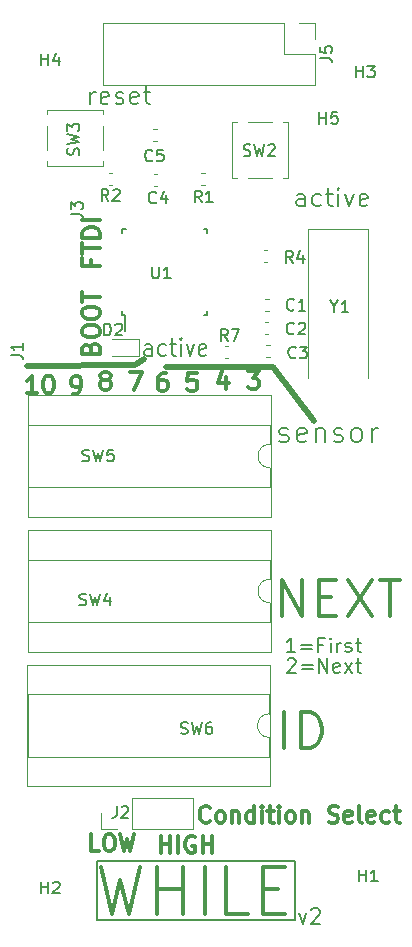
<source format=gto>
G04 #@! TF.GenerationSoftware,KiCad,Pcbnew,5.0.2-bee76a0~70~ubuntu14.04.1*
G04 #@! TF.CreationDate,2018-12-14T16:25:12-07:00*
G04 #@! TF.ProjectId,while,7768696c-652e-46b6-9963-61645f706362,rev?*
G04 #@! TF.SameCoordinates,Original*
G04 #@! TF.FileFunction,Legend,Top*
G04 #@! TF.FilePolarity,Positive*
%FSLAX46Y46*%
G04 Gerber Fmt 4.6, Leading zero omitted, Abs format (unit mm)*
G04 Created by KiCad (PCBNEW 5.0.2-bee76a0~70~ubuntu14.04.1) date Fri 14 Dec 2018 04:25:12 PM MST*
%MOMM*%
%LPD*%
G01*
G04 APERTURE LIST*
%ADD10C,0.300000*%
%ADD11C,0.500000*%
%ADD12C,0.200000*%
%ADD13C,0.150000*%
%ADD14C,0.120000*%
G04 APERTURE END LIST*
D10*
X126874285Y-124998571D02*
X126017142Y-124998571D01*
X126445714Y-124998571D02*
X126445714Y-123498571D01*
X126302857Y-123712857D01*
X126160000Y-123855714D01*
X126017142Y-123927142D01*
X127802857Y-123498571D02*
X127945714Y-123498571D01*
X128088571Y-123570000D01*
X128160000Y-123641428D01*
X128231428Y-123784285D01*
X128302857Y-124070000D01*
X128302857Y-124427142D01*
X128231428Y-124712857D01*
X128160000Y-124855714D01*
X128088571Y-124927142D01*
X127945714Y-124998571D01*
X127802857Y-124998571D01*
X127660000Y-124927142D01*
X127588571Y-124855714D01*
X127517142Y-124712857D01*
X127445714Y-124427142D01*
X127445714Y-124070000D01*
X127517142Y-123784285D01*
X127588571Y-123641428D01*
X127660000Y-123570000D01*
X127802857Y-123498571D01*
X129934285Y-125048571D02*
X130220000Y-125048571D01*
X130362857Y-124977142D01*
X130434285Y-124905714D01*
X130577142Y-124691428D01*
X130648571Y-124405714D01*
X130648571Y-123834285D01*
X130577142Y-123691428D01*
X130505714Y-123620000D01*
X130362857Y-123548571D01*
X130077142Y-123548571D01*
X129934285Y-123620000D01*
X129862857Y-123691428D01*
X129791428Y-123834285D01*
X129791428Y-124191428D01*
X129862857Y-124334285D01*
X129934285Y-124405714D01*
X130077142Y-124477142D01*
X130362857Y-124477142D01*
X130505714Y-124405714D01*
X130577142Y-124334285D01*
X130648571Y-124191428D01*
X132557142Y-123831428D02*
X132414285Y-123760000D01*
X132342857Y-123688571D01*
X132271428Y-123545714D01*
X132271428Y-123474285D01*
X132342857Y-123331428D01*
X132414285Y-123260000D01*
X132557142Y-123188571D01*
X132842857Y-123188571D01*
X132985714Y-123260000D01*
X133057142Y-123331428D01*
X133128571Y-123474285D01*
X133128571Y-123545714D01*
X133057142Y-123688571D01*
X132985714Y-123760000D01*
X132842857Y-123831428D01*
X132557142Y-123831428D01*
X132414285Y-123902857D01*
X132342857Y-123974285D01*
X132271428Y-124117142D01*
X132271428Y-124402857D01*
X132342857Y-124545714D01*
X132414285Y-124617142D01*
X132557142Y-124688571D01*
X132842857Y-124688571D01*
X132985714Y-124617142D01*
X133057142Y-124545714D01*
X133128571Y-124402857D01*
X133128571Y-124117142D01*
X133057142Y-123974285D01*
X132985714Y-123902857D01*
X132842857Y-123831428D01*
X134750000Y-123188571D02*
X135750000Y-123188571D01*
X135107142Y-124688571D01*
X137825714Y-123268571D02*
X137540000Y-123268571D01*
X137397142Y-123340000D01*
X137325714Y-123411428D01*
X137182857Y-123625714D01*
X137111428Y-123911428D01*
X137111428Y-124482857D01*
X137182857Y-124625714D01*
X137254285Y-124697142D01*
X137397142Y-124768571D01*
X137682857Y-124768571D01*
X137825714Y-124697142D01*
X137897142Y-124625714D01*
X137968571Y-124482857D01*
X137968571Y-124125714D01*
X137897142Y-123982857D01*
X137825714Y-123911428D01*
X137682857Y-123840000D01*
X137397142Y-123840000D01*
X137254285Y-123911428D01*
X137182857Y-123982857D01*
X137111428Y-124125714D01*
X140407142Y-123268571D02*
X139692857Y-123268571D01*
X139621428Y-123982857D01*
X139692857Y-123911428D01*
X139835714Y-123840000D01*
X140192857Y-123840000D01*
X140335714Y-123911428D01*
X140407142Y-123982857D01*
X140478571Y-124125714D01*
X140478571Y-124482857D01*
X140407142Y-124625714D01*
X140335714Y-124697142D01*
X140192857Y-124768571D01*
X139835714Y-124768571D01*
X139692857Y-124697142D01*
X139621428Y-124625714D01*
X142935714Y-123648571D02*
X142935714Y-124648571D01*
X142578571Y-123077142D02*
X142221428Y-124148571D01*
X143150000Y-124148571D01*
X144780000Y-123118571D02*
X145708571Y-123118571D01*
X145208571Y-123690000D01*
X145422857Y-123690000D01*
X145565714Y-123761428D01*
X145637142Y-123832857D01*
X145708571Y-123975714D01*
X145708571Y-124332857D01*
X145637142Y-124475714D01*
X145565714Y-124547142D01*
X145422857Y-124618571D01*
X144994285Y-124618571D01*
X144851428Y-124547142D01*
X144780000Y-124475714D01*
D11*
X146870000Y-122740000D02*
X150350000Y-127350000D01*
X137790000Y-122780000D02*
X146740000Y-122780000D01*
X135170000Y-122610000D02*
X135940000Y-122100000D01*
X126080000Y-122640000D02*
X135170000Y-122630000D01*
D12*
X136608095Y-121838571D02*
X136608095Y-121052857D01*
X136546190Y-120910000D01*
X136422380Y-120838571D01*
X136174761Y-120838571D01*
X136050952Y-120910000D01*
X136608095Y-121767142D02*
X136484285Y-121838571D01*
X136174761Y-121838571D01*
X136050952Y-121767142D01*
X135989047Y-121624285D01*
X135989047Y-121481428D01*
X136050952Y-121338571D01*
X136174761Y-121267142D01*
X136484285Y-121267142D01*
X136608095Y-121195714D01*
X137784285Y-121767142D02*
X137660476Y-121838571D01*
X137412857Y-121838571D01*
X137289047Y-121767142D01*
X137227142Y-121695714D01*
X137165238Y-121552857D01*
X137165238Y-121124285D01*
X137227142Y-120981428D01*
X137289047Y-120910000D01*
X137412857Y-120838571D01*
X137660476Y-120838571D01*
X137784285Y-120910000D01*
X138155714Y-120838571D02*
X138650952Y-120838571D01*
X138341428Y-120338571D02*
X138341428Y-121624285D01*
X138403333Y-121767142D01*
X138527142Y-121838571D01*
X138650952Y-121838571D01*
X139084285Y-121838571D02*
X139084285Y-120838571D01*
X139084285Y-120338571D02*
X139022380Y-120410000D01*
X139084285Y-120481428D01*
X139146190Y-120410000D01*
X139084285Y-120338571D01*
X139084285Y-120481428D01*
X139579523Y-120838571D02*
X139889047Y-121838571D01*
X140198571Y-120838571D01*
X141189047Y-121767142D02*
X141065238Y-121838571D01*
X140817619Y-121838571D01*
X140693809Y-121767142D01*
X140631904Y-121624285D01*
X140631904Y-121052857D01*
X140693809Y-120910000D01*
X140817619Y-120838571D01*
X141065238Y-120838571D01*
X141189047Y-120910000D01*
X141250952Y-121052857D01*
X141250952Y-121195714D01*
X140631904Y-121338571D01*
D10*
X137383333Y-163883333D02*
X137383333Y-162483333D01*
X137383333Y-163150000D02*
X138183333Y-163150000D01*
X138183333Y-163883333D02*
X138183333Y-162483333D01*
X138850000Y-163883333D02*
X138850000Y-162483333D01*
X140250000Y-162550000D02*
X140116666Y-162483333D01*
X139916666Y-162483333D01*
X139716666Y-162550000D01*
X139583333Y-162683333D01*
X139516666Y-162816666D01*
X139450000Y-163083333D01*
X139450000Y-163283333D01*
X139516666Y-163550000D01*
X139583333Y-163683333D01*
X139716666Y-163816666D01*
X139916666Y-163883333D01*
X140050000Y-163883333D01*
X140250000Y-163816666D01*
X140316666Y-163750000D01*
X140316666Y-163283333D01*
X140050000Y-163283333D01*
X140916666Y-163883333D02*
X140916666Y-162483333D01*
X140916666Y-163150000D02*
X141716666Y-163150000D01*
X141716666Y-163883333D02*
X141716666Y-162483333D01*
X132150000Y-163733333D02*
X131483333Y-163733333D01*
X131483333Y-162333333D01*
X132883333Y-162333333D02*
X133150000Y-162333333D01*
X133283333Y-162400000D01*
X133416666Y-162533333D01*
X133483333Y-162800000D01*
X133483333Y-163266666D01*
X133416666Y-163533333D01*
X133283333Y-163666666D01*
X133150000Y-163733333D01*
X132883333Y-163733333D01*
X132750000Y-163666666D01*
X132616666Y-163533333D01*
X132550000Y-163266666D01*
X132550000Y-162800000D01*
X132616666Y-162533333D01*
X132750000Y-162400000D01*
X132883333Y-162333333D01*
X133950000Y-162333333D02*
X134283333Y-163733333D01*
X134550000Y-162733333D01*
X134816666Y-163733333D01*
X135150000Y-162333333D01*
X141533333Y-161200000D02*
X141466666Y-161266666D01*
X141266666Y-161333333D01*
X141133333Y-161333333D01*
X140933333Y-161266666D01*
X140800000Y-161133333D01*
X140733333Y-161000000D01*
X140666666Y-160733333D01*
X140666666Y-160533333D01*
X140733333Y-160266666D01*
X140800000Y-160133333D01*
X140933333Y-160000000D01*
X141133333Y-159933333D01*
X141266666Y-159933333D01*
X141466666Y-160000000D01*
X141533333Y-160066666D01*
X142333333Y-161333333D02*
X142200000Y-161266666D01*
X142133333Y-161200000D01*
X142066666Y-161066666D01*
X142066666Y-160666666D01*
X142133333Y-160533333D01*
X142200000Y-160466666D01*
X142333333Y-160400000D01*
X142533333Y-160400000D01*
X142666666Y-160466666D01*
X142733333Y-160533333D01*
X142800000Y-160666666D01*
X142800000Y-161066666D01*
X142733333Y-161200000D01*
X142666666Y-161266666D01*
X142533333Y-161333333D01*
X142333333Y-161333333D01*
X143400000Y-160400000D02*
X143400000Y-161333333D01*
X143400000Y-160533333D02*
X143466666Y-160466666D01*
X143600000Y-160400000D01*
X143800000Y-160400000D01*
X143933333Y-160466666D01*
X144000000Y-160600000D01*
X144000000Y-161333333D01*
X145266666Y-161333333D02*
X145266666Y-159933333D01*
X145266666Y-161266666D02*
X145133333Y-161333333D01*
X144866666Y-161333333D01*
X144733333Y-161266666D01*
X144666666Y-161200000D01*
X144600000Y-161066666D01*
X144600000Y-160666666D01*
X144666666Y-160533333D01*
X144733333Y-160466666D01*
X144866666Y-160400000D01*
X145133333Y-160400000D01*
X145266666Y-160466666D01*
X145933333Y-161333333D02*
X145933333Y-160400000D01*
X145933333Y-159933333D02*
X145866666Y-160000000D01*
X145933333Y-160066666D01*
X146000000Y-160000000D01*
X145933333Y-159933333D01*
X145933333Y-160066666D01*
X146400000Y-160400000D02*
X146933333Y-160400000D01*
X146600000Y-159933333D02*
X146600000Y-161133333D01*
X146666666Y-161266666D01*
X146800000Y-161333333D01*
X146933333Y-161333333D01*
X147400000Y-161333333D02*
X147400000Y-160400000D01*
X147400000Y-159933333D02*
X147333333Y-160000000D01*
X147400000Y-160066666D01*
X147466666Y-160000000D01*
X147400000Y-159933333D01*
X147400000Y-160066666D01*
X148266666Y-161333333D02*
X148133333Y-161266666D01*
X148066666Y-161200000D01*
X148000000Y-161066666D01*
X148000000Y-160666666D01*
X148066666Y-160533333D01*
X148133333Y-160466666D01*
X148266666Y-160400000D01*
X148466666Y-160400000D01*
X148600000Y-160466666D01*
X148666666Y-160533333D01*
X148733333Y-160666666D01*
X148733333Y-161066666D01*
X148666666Y-161200000D01*
X148600000Y-161266666D01*
X148466666Y-161333333D01*
X148266666Y-161333333D01*
X149333333Y-160400000D02*
X149333333Y-161333333D01*
X149333333Y-160533333D02*
X149400000Y-160466666D01*
X149533333Y-160400000D01*
X149733333Y-160400000D01*
X149866666Y-160466666D01*
X149933333Y-160600000D01*
X149933333Y-161333333D01*
X151600000Y-161266666D02*
X151800000Y-161333333D01*
X152133333Y-161333333D01*
X152266666Y-161266666D01*
X152333333Y-161200000D01*
X152400000Y-161066666D01*
X152400000Y-160933333D01*
X152333333Y-160800000D01*
X152266666Y-160733333D01*
X152133333Y-160666666D01*
X151866666Y-160600000D01*
X151733333Y-160533333D01*
X151666666Y-160466666D01*
X151600000Y-160333333D01*
X151600000Y-160200000D01*
X151666666Y-160066666D01*
X151733333Y-160000000D01*
X151866666Y-159933333D01*
X152200000Y-159933333D01*
X152400000Y-160000000D01*
X153533333Y-161266666D02*
X153400000Y-161333333D01*
X153133333Y-161333333D01*
X153000000Y-161266666D01*
X152933333Y-161133333D01*
X152933333Y-160600000D01*
X153000000Y-160466666D01*
X153133333Y-160400000D01*
X153400000Y-160400000D01*
X153533333Y-160466666D01*
X153600000Y-160600000D01*
X153600000Y-160733333D01*
X152933333Y-160866666D01*
X154400000Y-161333333D02*
X154266666Y-161266666D01*
X154200000Y-161133333D01*
X154200000Y-159933333D01*
X155466666Y-161266666D02*
X155333333Y-161333333D01*
X155066666Y-161333333D01*
X154933333Y-161266666D01*
X154866666Y-161133333D01*
X154866666Y-160600000D01*
X154933333Y-160466666D01*
X155066666Y-160400000D01*
X155333333Y-160400000D01*
X155466666Y-160466666D01*
X155533333Y-160600000D01*
X155533333Y-160733333D01*
X154866666Y-160866666D01*
X156733333Y-161266666D02*
X156600000Y-161333333D01*
X156333333Y-161333333D01*
X156200000Y-161266666D01*
X156133333Y-161200000D01*
X156066666Y-161066666D01*
X156066666Y-160666666D01*
X156133333Y-160533333D01*
X156200000Y-160466666D01*
X156333333Y-160400000D01*
X156600000Y-160400000D01*
X156733333Y-160466666D01*
X157133333Y-160400000D02*
X157666666Y-160400000D01*
X157333333Y-159933333D02*
X157333333Y-161133333D01*
X157400000Y-161266666D01*
X157533333Y-161333333D01*
X157666666Y-161333333D01*
X131432857Y-121175714D02*
X131504285Y-120961428D01*
X131575714Y-120890000D01*
X131718571Y-120818571D01*
X131932857Y-120818571D01*
X132075714Y-120890000D01*
X132147142Y-120961428D01*
X132218571Y-121104285D01*
X132218571Y-121675714D01*
X130718571Y-121675714D01*
X130718571Y-121175714D01*
X130790000Y-121032857D01*
X130861428Y-120961428D01*
X131004285Y-120890000D01*
X131147142Y-120890000D01*
X131290000Y-120961428D01*
X131361428Y-121032857D01*
X131432857Y-121175714D01*
X131432857Y-121675714D01*
X130718571Y-119890000D02*
X130718571Y-119604285D01*
X130790000Y-119461428D01*
X130932857Y-119318571D01*
X131218571Y-119247142D01*
X131718571Y-119247142D01*
X132004285Y-119318571D01*
X132147142Y-119461428D01*
X132218571Y-119604285D01*
X132218571Y-119890000D01*
X132147142Y-120032857D01*
X132004285Y-120175714D01*
X131718571Y-120247142D01*
X131218571Y-120247142D01*
X130932857Y-120175714D01*
X130790000Y-120032857D01*
X130718571Y-119890000D01*
X130718571Y-118318571D02*
X130718571Y-118032857D01*
X130790000Y-117890000D01*
X130932857Y-117747142D01*
X131218571Y-117675714D01*
X131718571Y-117675714D01*
X132004285Y-117747142D01*
X132147142Y-117890000D01*
X132218571Y-118032857D01*
X132218571Y-118318571D01*
X132147142Y-118461428D01*
X132004285Y-118604285D01*
X131718571Y-118675714D01*
X131218571Y-118675714D01*
X130932857Y-118604285D01*
X130790000Y-118461428D01*
X130718571Y-118318571D01*
X130718571Y-117247142D02*
X130718571Y-116390000D01*
X132218571Y-116818571D02*
X130718571Y-116818571D01*
X131464857Y-113732285D02*
X131464857Y-114232285D01*
X132250571Y-114232285D02*
X130750571Y-114232285D01*
X130750571Y-113518000D01*
X130750571Y-113160857D02*
X130750571Y-112303714D01*
X132250571Y-112732285D02*
X130750571Y-112732285D01*
X132250571Y-111803714D02*
X130750571Y-111803714D01*
X130750571Y-111446571D01*
X130822000Y-111232285D01*
X130964857Y-111089428D01*
X131107714Y-111018000D01*
X131393428Y-110946571D01*
X131607714Y-110946571D01*
X131893428Y-111018000D01*
X132036285Y-111089428D01*
X132179142Y-111232285D01*
X132250571Y-111446571D01*
X132250571Y-111803714D01*
X132250571Y-110303714D02*
X130750571Y-110303714D01*
D13*
X149071428Y-169021428D02*
X149380952Y-169888095D01*
X149690476Y-169021428D01*
X150123809Y-168711904D02*
X150185714Y-168650000D01*
X150309523Y-168588095D01*
X150619047Y-168588095D01*
X150742857Y-168650000D01*
X150804761Y-168711904D01*
X150866666Y-168835714D01*
X150866666Y-168959523D01*
X150804761Y-169145238D01*
X150061904Y-169888095D01*
X150866666Y-169888095D01*
D12*
X148112857Y-147547142D02*
X148170000Y-147490000D01*
X148284285Y-147432857D01*
X148570000Y-147432857D01*
X148684285Y-147490000D01*
X148741428Y-147547142D01*
X148798571Y-147661428D01*
X148798571Y-147775714D01*
X148741428Y-147947142D01*
X148055714Y-148632857D01*
X148798571Y-148632857D01*
X149312857Y-148004285D02*
X150227142Y-148004285D01*
X150227142Y-148347142D02*
X149312857Y-148347142D01*
X150798571Y-148632857D02*
X150798571Y-147432857D01*
X151484285Y-148632857D01*
X151484285Y-147432857D01*
X152512857Y-148575714D02*
X152398571Y-148632857D01*
X152170000Y-148632857D01*
X152055714Y-148575714D01*
X151998571Y-148461428D01*
X151998571Y-148004285D01*
X152055714Y-147890000D01*
X152170000Y-147832857D01*
X152398571Y-147832857D01*
X152512857Y-147890000D01*
X152570000Y-148004285D01*
X152570000Y-148118571D01*
X151998571Y-148232857D01*
X152970000Y-148632857D02*
X153598571Y-147832857D01*
X152970000Y-147832857D02*
X153598571Y-148632857D01*
X153884285Y-147832857D02*
X154341428Y-147832857D01*
X154055714Y-147432857D02*
X154055714Y-148461428D01*
X154112857Y-148575714D01*
X154227142Y-148632857D01*
X154341428Y-148632857D01*
X148730000Y-146902857D02*
X148044285Y-146902857D01*
X148387142Y-146902857D02*
X148387142Y-145702857D01*
X148272857Y-145874285D01*
X148158571Y-145988571D01*
X148044285Y-146045714D01*
X149244285Y-146274285D02*
X150158571Y-146274285D01*
X150158571Y-146617142D02*
X149244285Y-146617142D01*
X151130000Y-146274285D02*
X150730000Y-146274285D01*
X150730000Y-146902857D02*
X150730000Y-145702857D01*
X151301428Y-145702857D01*
X151758571Y-146902857D02*
X151758571Y-146102857D01*
X151758571Y-145702857D02*
X151701428Y-145760000D01*
X151758571Y-145817142D01*
X151815714Y-145760000D01*
X151758571Y-145702857D01*
X151758571Y-145817142D01*
X152330000Y-146902857D02*
X152330000Y-146102857D01*
X152330000Y-146331428D02*
X152387142Y-146217142D01*
X152444285Y-146160000D01*
X152558571Y-146102857D01*
X152672857Y-146102857D01*
X153015714Y-146845714D02*
X153130000Y-146902857D01*
X153358571Y-146902857D01*
X153472857Y-146845714D01*
X153530000Y-146731428D01*
X153530000Y-146674285D01*
X153472857Y-146560000D01*
X153358571Y-146502857D01*
X153187142Y-146502857D01*
X153072857Y-146445714D01*
X153015714Y-146331428D01*
X153015714Y-146274285D01*
X153072857Y-146160000D01*
X153187142Y-146102857D01*
X153358571Y-146102857D01*
X153472857Y-146160000D01*
X153872857Y-146102857D02*
X154330000Y-146102857D01*
X154044285Y-145702857D02*
X154044285Y-146731428D01*
X154101428Y-146845714D01*
X154215714Y-146902857D01*
X154330000Y-146902857D01*
D10*
X147850000Y-155007142D02*
X147850000Y-152007142D01*
X149278571Y-155007142D02*
X149278571Y-152007142D01*
X149992857Y-152007142D01*
X150421428Y-152150000D01*
X150707142Y-152435714D01*
X150850000Y-152721428D01*
X150992857Y-153292857D01*
X150992857Y-153721428D01*
X150850000Y-154292857D01*
X150707142Y-154578571D01*
X150421428Y-154864285D01*
X149992857Y-155007142D01*
X149278571Y-155007142D01*
D12*
X147428571Y-129028571D02*
X147600000Y-129114285D01*
X147942857Y-129114285D01*
X148114285Y-129028571D01*
X148200000Y-128857142D01*
X148200000Y-128771428D01*
X148114285Y-128600000D01*
X147942857Y-128514285D01*
X147685714Y-128514285D01*
X147514285Y-128428571D01*
X147428571Y-128257142D01*
X147428571Y-128171428D01*
X147514285Y-128000000D01*
X147685714Y-127914285D01*
X147942857Y-127914285D01*
X148114285Y-128000000D01*
X149657142Y-129028571D02*
X149485714Y-129114285D01*
X149142857Y-129114285D01*
X148971428Y-129028571D01*
X148885714Y-128857142D01*
X148885714Y-128171428D01*
X148971428Y-128000000D01*
X149142857Y-127914285D01*
X149485714Y-127914285D01*
X149657142Y-128000000D01*
X149742857Y-128171428D01*
X149742857Y-128342857D01*
X148885714Y-128514285D01*
X150514285Y-127914285D02*
X150514285Y-129114285D01*
X150514285Y-128085714D02*
X150600000Y-128000000D01*
X150771428Y-127914285D01*
X151028571Y-127914285D01*
X151200000Y-128000000D01*
X151285714Y-128171428D01*
X151285714Y-129114285D01*
X152057142Y-129028571D02*
X152228571Y-129114285D01*
X152571428Y-129114285D01*
X152742857Y-129028571D01*
X152828571Y-128857142D01*
X152828571Y-128771428D01*
X152742857Y-128600000D01*
X152571428Y-128514285D01*
X152314285Y-128514285D01*
X152142857Y-128428571D01*
X152057142Y-128257142D01*
X152057142Y-128171428D01*
X152142857Y-128000000D01*
X152314285Y-127914285D01*
X152571428Y-127914285D01*
X152742857Y-128000000D01*
X153857142Y-129114285D02*
X153685714Y-129028571D01*
X153600000Y-128942857D01*
X153514285Y-128771428D01*
X153514285Y-128257142D01*
X153600000Y-128085714D01*
X153685714Y-128000000D01*
X153857142Y-127914285D01*
X154114285Y-127914285D01*
X154285714Y-128000000D01*
X154371428Y-128085714D01*
X154457142Y-128257142D01*
X154457142Y-128771428D01*
X154371428Y-128942857D01*
X154285714Y-129028571D01*
X154114285Y-129114285D01*
X153857142Y-129114285D01*
X155228571Y-129114285D02*
X155228571Y-127914285D01*
X155228571Y-128257142D02*
X155314285Y-128085714D01*
X155400000Y-128000000D01*
X155571428Y-127914285D01*
X155742857Y-127914285D01*
D10*
X147664285Y-143807142D02*
X147664285Y-140807142D01*
X149378571Y-143807142D01*
X149378571Y-140807142D01*
X150807142Y-142235714D02*
X151807142Y-142235714D01*
X152235714Y-143807142D02*
X150807142Y-143807142D01*
X150807142Y-140807142D01*
X152235714Y-140807142D01*
X153235714Y-140807142D02*
X155235714Y-143807142D01*
X155235714Y-140807142D02*
X153235714Y-143807142D01*
X155950000Y-140807142D02*
X157664285Y-140807142D01*
X156807142Y-143807142D02*
X156807142Y-140807142D01*
D13*
X131429428Y-100500571D02*
X131429428Y-99500571D01*
X131429428Y-99786285D02*
X131500857Y-99643428D01*
X131572285Y-99572000D01*
X131715142Y-99500571D01*
X131858000Y-99500571D01*
X132929428Y-100429142D02*
X132786571Y-100500571D01*
X132500857Y-100500571D01*
X132358000Y-100429142D01*
X132286571Y-100286285D01*
X132286571Y-99714857D01*
X132358000Y-99572000D01*
X132500857Y-99500571D01*
X132786571Y-99500571D01*
X132929428Y-99572000D01*
X133000857Y-99714857D01*
X133000857Y-99857714D01*
X132286571Y-100000571D01*
X133572285Y-100429142D02*
X133715142Y-100500571D01*
X134000857Y-100500571D01*
X134143714Y-100429142D01*
X134215142Y-100286285D01*
X134215142Y-100214857D01*
X134143714Y-100072000D01*
X134000857Y-100000571D01*
X133786571Y-100000571D01*
X133643714Y-99929142D01*
X133572285Y-99786285D01*
X133572285Y-99714857D01*
X133643714Y-99572000D01*
X133786571Y-99500571D01*
X134000857Y-99500571D01*
X134143714Y-99572000D01*
X135429428Y-100429142D02*
X135286571Y-100500571D01*
X135000857Y-100500571D01*
X134858000Y-100429142D01*
X134786571Y-100286285D01*
X134786571Y-99714857D01*
X134858000Y-99572000D01*
X135000857Y-99500571D01*
X135286571Y-99500571D01*
X135429428Y-99572000D01*
X135500857Y-99714857D01*
X135500857Y-99857714D01*
X134786571Y-100000571D01*
X135929428Y-99500571D02*
X136500857Y-99500571D01*
X136143714Y-99000571D02*
X136143714Y-100286285D01*
X136215142Y-100429142D01*
X136358000Y-100500571D01*
X136500857Y-100500571D01*
D12*
X132009800Y-164630000D02*
X148723000Y-164630000D01*
X132009800Y-169557600D02*
X132009800Y-164630000D01*
X148748400Y-169557600D02*
X132009800Y-169557600D01*
X148723000Y-164604600D02*
X148723000Y-169532200D01*
D10*
X132305266Y-165081123D02*
X133221933Y-169081123D01*
X133955266Y-166223980D01*
X134688600Y-169081123D01*
X135605266Y-165081123D01*
X137071933Y-169081123D02*
X137071933Y-165081123D01*
X137071933Y-166985885D02*
X139271933Y-166985885D01*
X139271933Y-169081123D02*
X139271933Y-165081123D01*
X141105266Y-169081123D02*
X141105266Y-165081123D01*
X144771933Y-169081123D02*
X142938600Y-169081123D01*
X142938600Y-165081123D01*
X146055266Y-166985885D02*
X147338600Y-166985885D01*
X147888600Y-169081123D02*
X146055266Y-169081123D01*
X146055266Y-165081123D01*
X147888600Y-165081123D01*
D13*
X149570571Y-109136571D02*
X149570571Y-108350857D01*
X149499142Y-108208000D01*
X149356285Y-108136571D01*
X149070571Y-108136571D01*
X148927714Y-108208000D01*
X149570571Y-109065142D02*
X149427714Y-109136571D01*
X149070571Y-109136571D01*
X148927714Y-109065142D01*
X148856285Y-108922285D01*
X148856285Y-108779428D01*
X148927714Y-108636571D01*
X149070571Y-108565142D01*
X149427714Y-108565142D01*
X149570571Y-108493714D01*
X150927714Y-109065142D02*
X150784857Y-109136571D01*
X150499142Y-109136571D01*
X150356285Y-109065142D01*
X150284857Y-108993714D01*
X150213428Y-108850857D01*
X150213428Y-108422285D01*
X150284857Y-108279428D01*
X150356285Y-108208000D01*
X150499142Y-108136571D01*
X150784857Y-108136571D01*
X150927714Y-108208000D01*
X151356285Y-108136571D02*
X151927714Y-108136571D01*
X151570571Y-107636571D02*
X151570571Y-108922285D01*
X151642000Y-109065142D01*
X151784857Y-109136571D01*
X151927714Y-109136571D01*
X152427714Y-109136571D02*
X152427714Y-108136571D01*
X152427714Y-107636571D02*
X152356285Y-107708000D01*
X152427714Y-107779428D01*
X152499142Y-107708000D01*
X152427714Y-107636571D01*
X152427714Y-107779428D01*
X152999142Y-108136571D02*
X153356285Y-109136571D01*
X153713428Y-108136571D01*
X154856285Y-109065142D02*
X154713428Y-109136571D01*
X154427714Y-109136571D01*
X154284857Y-109065142D01*
X154213428Y-108922285D01*
X154213428Y-108350857D01*
X154284857Y-108208000D01*
X154427714Y-108136571D01*
X154713428Y-108136571D01*
X154856285Y-108208000D01*
X154927714Y-108350857D01*
X154927714Y-108493714D01*
X154213428Y-108636571D01*
D14*
G04 #@! TO.C,SW5*
X146618000Y-131302000D02*
G75*
G02X146618000Y-129302000I0J1000000D01*
G01*
X146618000Y-129302000D02*
X146618000Y-127652000D01*
X146618000Y-127652000D02*
X126178000Y-127652000D01*
X126178000Y-127652000D02*
X126178000Y-132952000D01*
X126178000Y-132952000D02*
X146618000Y-132952000D01*
X146618000Y-132952000D02*
X146618000Y-131302000D01*
X146678000Y-125162000D02*
X126118000Y-125162000D01*
X126118000Y-125162000D02*
X126118000Y-135442000D01*
X126118000Y-135442000D02*
X146678000Y-135442000D01*
X146678000Y-135442000D02*
X146678000Y-125162000D01*
G04 #@! TO.C,C2*
X146164721Y-119958000D02*
X146490279Y-119958000D01*
X146164721Y-118938000D02*
X146490279Y-118938000D01*
G04 #@! TO.C,C3*
X146289721Y-120928000D02*
X146615279Y-120928000D01*
X146289721Y-121948000D02*
X146615279Y-121948000D01*
G04 #@! TO.C,C4*
X137094279Y-107444000D02*
X136768721Y-107444000D01*
X137094279Y-106424000D02*
X136768721Y-106424000D01*
G04 #@! TO.C,C5*
X136717721Y-103634000D02*
X137043279Y-103634000D01*
X136717721Y-102614000D02*
X137043279Y-102614000D01*
G04 #@! TO.C,J5*
X132528000Y-93666000D02*
X132528000Y-98866000D01*
X147828000Y-93666000D02*
X132528000Y-93666000D01*
X150428000Y-98866000D02*
X132528000Y-98866000D01*
X147828000Y-93666000D02*
X147828000Y-96266000D01*
X147828000Y-96266000D02*
X150428000Y-96266000D01*
X150428000Y-96266000D02*
X150428000Y-98866000D01*
X149098000Y-93666000D02*
X150428000Y-93666000D01*
X150428000Y-93666000D02*
X150428000Y-94996000D01*
G04 #@! TO.C,R1*
X140809721Y-106360000D02*
X141135279Y-106360000D01*
X140809721Y-107380000D02*
X141135279Y-107380000D01*
G04 #@! TO.C,R2*
X133280279Y-107340000D02*
X132954721Y-107340000D01*
X133280279Y-106320000D02*
X132954721Y-106320000D01*
G04 #@! TO.C,R4*
X146079721Y-113918000D02*
X146405279Y-113918000D01*
X146079721Y-112898000D02*
X146405279Y-112898000D01*
G04 #@! TO.C,SW2*
X146826000Y-106764000D02*
X144766000Y-106764000D01*
X146826000Y-102024000D02*
X144766000Y-102024000D01*
X148166000Y-102024000D02*
X147766000Y-102024000D01*
X148166000Y-106764000D02*
X148166000Y-102024000D01*
X148166000Y-106764000D02*
X147766000Y-106764000D01*
X143426000Y-102024000D02*
X143826000Y-102024000D01*
X143426000Y-106764000D02*
X143826000Y-106764000D01*
X143426000Y-106764000D02*
X143426000Y-102024000D01*
G04 #@! TO.C,SW3*
X132462000Y-105724000D02*
X127722000Y-105724000D01*
X132462000Y-105724000D02*
X132462000Y-105324000D01*
X127722000Y-105724000D02*
X127722000Y-105324000D01*
X132462000Y-100984000D02*
X132462000Y-101384000D01*
X132462000Y-100984000D02*
X127722000Y-100984000D01*
X127722000Y-100984000D02*
X127722000Y-101384000D01*
X127722000Y-102324000D02*
X127722000Y-104384000D01*
X132462000Y-102324000D02*
X132462000Y-104384000D01*
G04 #@! TO.C,SW4*
X146678000Y-146872000D02*
X146678000Y-136592000D01*
X126118000Y-146872000D02*
X146678000Y-146872000D01*
X126118000Y-136592000D02*
X126118000Y-146872000D01*
X146678000Y-136592000D02*
X126118000Y-136592000D01*
X146618000Y-144382000D02*
X146618000Y-142732000D01*
X126178000Y-144382000D02*
X146618000Y-144382000D01*
X126178000Y-139082000D02*
X126178000Y-144382000D01*
X146618000Y-139082000D02*
X126178000Y-139082000D01*
X146618000Y-140732000D02*
X146618000Y-139082000D01*
X146618000Y-142732000D02*
G75*
G02X146618000Y-140732000I0J1000000D01*
G01*
G04 #@! TO.C,SW6*
X146570000Y-154130000D02*
G75*
G02X146570000Y-152130000I0J1000000D01*
G01*
X146570000Y-152130000D02*
X146570000Y-150480000D01*
X146570000Y-150480000D02*
X126130000Y-150480000D01*
X126130000Y-150480000D02*
X126130000Y-155780000D01*
X126130000Y-155780000D02*
X146570000Y-155780000D01*
X146570000Y-155780000D02*
X146570000Y-154130000D01*
X146630000Y-147990000D02*
X126070000Y-147990000D01*
X126070000Y-147990000D02*
X126070000Y-158270000D01*
X126070000Y-158270000D02*
X146630000Y-158270000D01*
X146630000Y-158270000D02*
X146630000Y-147990000D01*
D13*
G04 #@! TO.C,U1*
X134085000Y-118335000D02*
X134310000Y-118335000D01*
X134085000Y-111085000D02*
X134410000Y-111085000D01*
X141335000Y-111085000D02*
X141010000Y-111085000D01*
X141335000Y-118335000D02*
X141010000Y-118335000D01*
X134085000Y-118335000D02*
X134085000Y-118010000D01*
X141335000Y-118335000D02*
X141335000Y-118010000D01*
X141335000Y-111085000D02*
X141335000Y-111410000D01*
X134085000Y-111085000D02*
X134085000Y-111410000D01*
X134310000Y-118335000D02*
X134310000Y-119760000D01*
D14*
G04 #@! TO.C,Y1*
X154950000Y-123688000D02*
X154950000Y-111088000D01*
X154950000Y-111088000D02*
X149850000Y-111088000D01*
X149850000Y-111088000D02*
X149850000Y-123688000D01*
G04 #@! TO.C,C1*
X146505279Y-117008000D02*
X146179721Y-117008000D01*
X146505279Y-118028000D02*
X146179721Y-118028000D01*
G04 #@! TO.C,R7*
X142787221Y-120960000D02*
X143112779Y-120960000D01*
X142787221Y-121980000D02*
X143112779Y-121980000D01*
G04 #@! TO.C,J2*
X140080000Y-161880000D02*
X140080000Y-159220000D01*
X134940000Y-161880000D02*
X140080000Y-161880000D01*
X134940000Y-159220000D02*
X140080000Y-159220000D01*
X134940000Y-161880000D02*
X134940000Y-159220000D01*
X133670000Y-161880000D02*
X132340000Y-161880000D01*
X132340000Y-161880000D02*
X132340000Y-160550000D01*
G04 #@! TO.C,D2*
X133287500Y-121845000D02*
X135572500Y-121845000D01*
X135572500Y-121845000D02*
X135572500Y-120375000D01*
X135572500Y-120375000D02*
X133287500Y-120375000D01*
G04 #@! TO.C,SW5*
D13*
X130746666Y-130706761D02*
X130889523Y-130754380D01*
X131127619Y-130754380D01*
X131222857Y-130706761D01*
X131270476Y-130659142D01*
X131318095Y-130563904D01*
X131318095Y-130468666D01*
X131270476Y-130373428D01*
X131222857Y-130325809D01*
X131127619Y-130278190D01*
X130937142Y-130230571D01*
X130841904Y-130182952D01*
X130794285Y-130135333D01*
X130746666Y-130040095D01*
X130746666Y-129944857D01*
X130794285Y-129849619D01*
X130841904Y-129802000D01*
X130937142Y-129754380D01*
X131175238Y-129754380D01*
X131318095Y-129802000D01*
X131651428Y-129754380D02*
X131889523Y-130754380D01*
X132080000Y-130040095D01*
X132270476Y-130754380D01*
X132508571Y-129754380D01*
X133365714Y-129754380D02*
X132889523Y-129754380D01*
X132841904Y-130230571D01*
X132889523Y-130182952D01*
X132984761Y-130135333D01*
X133222857Y-130135333D01*
X133318095Y-130182952D01*
X133365714Y-130230571D01*
X133413333Y-130325809D01*
X133413333Y-130563904D01*
X133365714Y-130659142D01*
X133318095Y-130706761D01*
X133222857Y-130754380D01*
X132984761Y-130754380D01*
X132889523Y-130706761D01*
X132841904Y-130659142D01*
G04 #@! TO.C,C2*
X148663333Y-119915142D02*
X148615714Y-119962761D01*
X148472857Y-120010380D01*
X148377619Y-120010380D01*
X148234761Y-119962761D01*
X148139523Y-119867523D01*
X148091904Y-119772285D01*
X148044285Y-119581809D01*
X148044285Y-119438952D01*
X148091904Y-119248476D01*
X148139523Y-119153238D01*
X148234761Y-119058000D01*
X148377619Y-119010380D01*
X148472857Y-119010380D01*
X148615714Y-119058000D01*
X148663333Y-119105619D01*
X149044285Y-119105619D02*
X149091904Y-119058000D01*
X149187142Y-119010380D01*
X149425238Y-119010380D01*
X149520476Y-119058000D01*
X149568095Y-119105619D01*
X149615714Y-119200857D01*
X149615714Y-119296095D01*
X149568095Y-119438952D01*
X148996666Y-120010380D01*
X149615714Y-120010380D01*
G04 #@! TO.C,C3*
X148813333Y-121935142D02*
X148765714Y-121982761D01*
X148622857Y-122030380D01*
X148527619Y-122030380D01*
X148384761Y-121982761D01*
X148289523Y-121887523D01*
X148241904Y-121792285D01*
X148194285Y-121601809D01*
X148194285Y-121458952D01*
X148241904Y-121268476D01*
X148289523Y-121173238D01*
X148384761Y-121078000D01*
X148527619Y-121030380D01*
X148622857Y-121030380D01*
X148765714Y-121078000D01*
X148813333Y-121125619D01*
X149146666Y-121030380D02*
X149765714Y-121030380D01*
X149432380Y-121411333D01*
X149575238Y-121411333D01*
X149670476Y-121458952D01*
X149718095Y-121506571D01*
X149765714Y-121601809D01*
X149765714Y-121839904D01*
X149718095Y-121935142D01*
X149670476Y-121982761D01*
X149575238Y-122030380D01*
X149289523Y-122030380D01*
X149194285Y-121982761D01*
X149146666Y-121935142D01*
G04 #@! TO.C,C4*
X136993333Y-108815142D02*
X136945714Y-108862761D01*
X136802857Y-108910380D01*
X136707619Y-108910380D01*
X136564761Y-108862761D01*
X136469523Y-108767523D01*
X136421904Y-108672285D01*
X136374285Y-108481809D01*
X136374285Y-108338952D01*
X136421904Y-108148476D01*
X136469523Y-108053238D01*
X136564761Y-107958000D01*
X136707619Y-107910380D01*
X136802857Y-107910380D01*
X136945714Y-107958000D01*
X136993333Y-108005619D01*
X137850476Y-108243714D02*
X137850476Y-108910380D01*
X137612380Y-107862761D02*
X137374285Y-108577047D01*
X137993333Y-108577047D01*
G04 #@! TO.C,C5*
X136663833Y-105259142D02*
X136616214Y-105306761D01*
X136473357Y-105354380D01*
X136378119Y-105354380D01*
X136235261Y-105306761D01*
X136140023Y-105211523D01*
X136092404Y-105116285D01*
X136044785Y-104925809D01*
X136044785Y-104782952D01*
X136092404Y-104592476D01*
X136140023Y-104497238D01*
X136235261Y-104402000D01*
X136378119Y-104354380D01*
X136473357Y-104354380D01*
X136616214Y-104402000D01*
X136663833Y-104449619D01*
X137568595Y-104354380D02*
X137092404Y-104354380D01*
X137044785Y-104830571D01*
X137092404Y-104782952D01*
X137187642Y-104735333D01*
X137425738Y-104735333D01*
X137520976Y-104782952D01*
X137568595Y-104830571D01*
X137616214Y-104925809D01*
X137616214Y-105163904D01*
X137568595Y-105259142D01*
X137520976Y-105306761D01*
X137425738Y-105354380D01*
X137187642Y-105354380D01*
X137092404Y-105306761D01*
X137044785Y-105259142D01*
G04 #@! TO.C,H1*
X154178095Y-166314380D02*
X154178095Y-165314380D01*
X154178095Y-165790571D02*
X154749523Y-165790571D01*
X154749523Y-166314380D02*
X154749523Y-165314380D01*
X155749523Y-166314380D02*
X155178095Y-166314380D01*
X155463809Y-166314380D02*
X155463809Y-165314380D01*
X155368571Y-165457238D01*
X155273333Y-165552476D01*
X155178095Y-165600095D01*
G04 #@! TO.C,H2*
X127254095Y-167330380D02*
X127254095Y-166330380D01*
X127254095Y-166806571D02*
X127825523Y-166806571D01*
X127825523Y-167330380D02*
X127825523Y-166330380D01*
X128254095Y-166425619D02*
X128301714Y-166378000D01*
X128396952Y-166330380D01*
X128635047Y-166330380D01*
X128730285Y-166378000D01*
X128777904Y-166425619D01*
X128825523Y-166520857D01*
X128825523Y-166616095D01*
X128777904Y-166758952D01*
X128206476Y-167330380D01*
X128825523Y-167330380D01*
G04 #@! TO.C,H3*
X153924095Y-98242380D02*
X153924095Y-97242380D01*
X153924095Y-97718571D02*
X154495523Y-97718571D01*
X154495523Y-98242380D02*
X154495523Y-97242380D01*
X154876476Y-97242380D02*
X155495523Y-97242380D01*
X155162190Y-97623333D01*
X155305047Y-97623333D01*
X155400285Y-97670952D01*
X155447904Y-97718571D01*
X155495523Y-97813809D01*
X155495523Y-98051904D01*
X155447904Y-98147142D01*
X155400285Y-98194761D01*
X155305047Y-98242380D01*
X155019333Y-98242380D01*
X154924095Y-98194761D01*
X154876476Y-98147142D01*
G04 #@! TO.C,H4*
X127254095Y-97226380D02*
X127254095Y-96226380D01*
X127254095Y-96702571D02*
X127825523Y-96702571D01*
X127825523Y-97226380D02*
X127825523Y-96226380D01*
X128730285Y-96559714D02*
X128730285Y-97226380D01*
X128492190Y-96178761D02*
X128254095Y-96893047D01*
X128873142Y-96893047D01*
G04 #@! TO.C,H5*
X150803595Y-102170380D02*
X150803595Y-101170380D01*
X150803595Y-101646571D02*
X151375023Y-101646571D01*
X151375023Y-102170380D02*
X151375023Y-101170380D01*
X152327404Y-101170380D02*
X151851214Y-101170380D01*
X151803595Y-101646571D01*
X151851214Y-101598952D01*
X151946452Y-101551333D01*
X152184547Y-101551333D01*
X152279785Y-101598952D01*
X152327404Y-101646571D01*
X152375023Y-101741809D01*
X152375023Y-101979904D01*
X152327404Y-102075142D01*
X152279785Y-102122761D01*
X152184547Y-102170380D01*
X151946452Y-102170380D01*
X151851214Y-102122761D01*
X151803595Y-102075142D01*
G04 #@! TO.C,J5*
X150880380Y-96599333D02*
X151594666Y-96599333D01*
X151737523Y-96646952D01*
X151832761Y-96742190D01*
X151880380Y-96885047D01*
X151880380Y-96980285D01*
X150880380Y-95646952D02*
X150880380Y-96123142D01*
X151356571Y-96170761D01*
X151308952Y-96123142D01*
X151261333Y-96027904D01*
X151261333Y-95789809D01*
X151308952Y-95694571D01*
X151356571Y-95646952D01*
X151451809Y-95599333D01*
X151689904Y-95599333D01*
X151785142Y-95646952D01*
X151832761Y-95694571D01*
X151880380Y-95789809D01*
X151880380Y-96027904D01*
X151832761Y-96123142D01*
X151785142Y-96170761D01*
G04 #@! TO.C,R1*
X140833333Y-108832380D02*
X140500000Y-108356190D01*
X140261904Y-108832380D02*
X140261904Y-107832380D01*
X140642857Y-107832380D01*
X140738095Y-107880000D01*
X140785714Y-107927619D01*
X140833333Y-108022857D01*
X140833333Y-108165714D01*
X140785714Y-108260952D01*
X140738095Y-108308571D01*
X140642857Y-108356190D01*
X140261904Y-108356190D01*
X141785714Y-108832380D02*
X141214285Y-108832380D01*
X141500000Y-108832380D02*
X141500000Y-107832380D01*
X141404761Y-107975238D01*
X141309523Y-108070476D01*
X141214285Y-108118095D01*
G04 #@! TO.C,R2*
X132950833Y-108712380D02*
X132617500Y-108236190D01*
X132379404Y-108712380D02*
X132379404Y-107712380D01*
X132760357Y-107712380D01*
X132855595Y-107760000D01*
X132903214Y-107807619D01*
X132950833Y-107902857D01*
X132950833Y-108045714D01*
X132903214Y-108140952D01*
X132855595Y-108188571D01*
X132760357Y-108236190D01*
X132379404Y-108236190D01*
X133331785Y-107807619D02*
X133379404Y-107760000D01*
X133474642Y-107712380D01*
X133712738Y-107712380D01*
X133807976Y-107760000D01*
X133855595Y-107807619D01*
X133903214Y-107902857D01*
X133903214Y-107998095D01*
X133855595Y-108140952D01*
X133284166Y-108712380D01*
X133903214Y-108712380D01*
G04 #@! TO.C,R4*
X148573333Y-113940380D02*
X148240000Y-113464190D01*
X148001904Y-113940380D02*
X148001904Y-112940380D01*
X148382857Y-112940380D01*
X148478095Y-112988000D01*
X148525714Y-113035619D01*
X148573333Y-113130857D01*
X148573333Y-113273714D01*
X148525714Y-113368952D01*
X148478095Y-113416571D01*
X148382857Y-113464190D01*
X148001904Y-113464190D01*
X149430476Y-113273714D02*
X149430476Y-113940380D01*
X149192380Y-112892761D02*
X148954285Y-113607047D01*
X149573333Y-113607047D01*
G04 #@! TO.C,SW2*
X144388666Y-104860761D02*
X144531523Y-104908380D01*
X144769619Y-104908380D01*
X144864857Y-104860761D01*
X144912476Y-104813142D01*
X144960095Y-104717904D01*
X144960095Y-104622666D01*
X144912476Y-104527428D01*
X144864857Y-104479809D01*
X144769619Y-104432190D01*
X144579142Y-104384571D01*
X144483904Y-104336952D01*
X144436285Y-104289333D01*
X144388666Y-104194095D01*
X144388666Y-104098857D01*
X144436285Y-104003619D01*
X144483904Y-103956000D01*
X144579142Y-103908380D01*
X144817238Y-103908380D01*
X144960095Y-103956000D01*
X145293428Y-103908380D02*
X145531523Y-104908380D01*
X145722000Y-104194095D01*
X145912476Y-104908380D01*
X146150571Y-103908380D01*
X146483904Y-104003619D02*
X146531523Y-103956000D01*
X146626761Y-103908380D01*
X146864857Y-103908380D01*
X146960095Y-103956000D01*
X147007714Y-104003619D01*
X147055333Y-104098857D01*
X147055333Y-104194095D01*
X147007714Y-104336952D01*
X146436285Y-104908380D01*
X147055333Y-104908380D01*
G04 #@! TO.C,SW3*
X130430761Y-104817333D02*
X130478380Y-104674476D01*
X130478380Y-104436380D01*
X130430761Y-104341142D01*
X130383142Y-104293523D01*
X130287904Y-104245904D01*
X130192666Y-104245904D01*
X130097428Y-104293523D01*
X130049809Y-104341142D01*
X130002190Y-104436380D01*
X129954571Y-104626857D01*
X129906952Y-104722095D01*
X129859333Y-104769714D01*
X129764095Y-104817333D01*
X129668857Y-104817333D01*
X129573619Y-104769714D01*
X129526000Y-104722095D01*
X129478380Y-104626857D01*
X129478380Y-104388761D01*
X129526000Y-104245904D01*
X129478380Y-103912571D02*
X130478380Y-103674476D01*
X129764095Y-103484000D01*
X130478380Y-103293523D01*
X129478380Y-103055428D01*
X129478380Y-102769714D02*
X129478380Y-102150666D01*
X129859333Y-102484000D01*
X129859333Y-102341142D01*
X129906952Y-102245904D01*
X129954571Y-102198285D01*
X130049809Y-102150666D01*
X130287904Y-102150666D01*
X130383142Y-102198285D01*
X130430761Y-102245904D01*
X130478380Y-102341142D01*
X130478380Y-102626857D01*
X130430761Y-102722095D01*
X130383142Y-102769714D01*
G04 #@! TO.C,SW4*
X130492666Y-142898761D02*
X130635523Y-142946380D01*
X130873619Y-142946380D01*
X130968857Y-142898761D01*
X131016476Y-142851142D01*
X131064095Y-142755904D01*
X131064095Y-142660666D01*
X131016476Y-142565428D01*
X130968857Y-142517809D01*
X130873619Y-142470190D01*
X130683142Y-142422571D01*
X130587904Y-142374952D01*
X130540285Y-142327333D01*
X130492666Y-142232095D01*
X130492666Y-142136857D01*
X130540285Y-142041619D01*
X130587904Y-141994000D01*
X130683142Y-141946380D01*
X130921238Y-141946380D01*
X131064095Y-141994000D01*
X131397428Y-141946380D02*
X131635523Y-142946380D01*
X131826000Y-142232095D01*
X132016476Y-142946380D01*
X132254571Y-141946380D01*
X133064095Y-142279714D02*
X133064095Y-142946380D01*
X132826000Y-141898761D02*
X132587904Y-142613047D01*
X133206952Y-142613047D01*
G04 #@! TO.C,SW6*
X139080666Y-153788761D02*
X139223523Y-153836380D01*
X139461619Y-153836380D01*
X139556857Y-153788761D01*
X139604476Y-153741142D01*
X139652095Y-153645904D01*
X139652095Y-153550666D01*
X139604476Y-153455428D01*
X139556857Y-153407809D01*
X139461619Y-153360190D01*
X139271142Y-153312571D01*
X139175904Y-153264952D01*
X139128285Y-153217333D01*
X139080666Y-153122095D01*
X139080666Y-153026857D01*
X139128285Y-152931619D01*
X139175904Y-152884000D01*
X139271142Y-152836380D01*
X139509238Y-152836380D01*
X139652095Y-152884000D01*
X139985428Y-152836380D02*
X140223523Y-153836380D01*
X140414000Y-153122095D01*
X140604476Y-153836380D01*
X140842571Y-152836380D01*
X141652095Y-152836380D02*
X141461619Y-152836380D01*
X141366380Y-152884000D01*
X141318761Y-152931619D01*
X141223523Y-153074476D01*
X141175904Y-153264952D01*
X141175904Y-153645904D01*
X141223523Y-153741142D01*
X141271142Y-153788761D01*
X141366380Y-153836380D01*
X141556857Y-153836380D01*
X141652095Y-153788761D01*
X141699714Y-153741142D01*
X141747333Y-153645904D01*
X141747333Y-153407809D01*
X141699714Y-153312571D01*
X141652095Y-153264952D01*
X141556857Y-153217333D01*
X141366380Y-153217333D01*
X141271142Y-153264952D01*
X141223523Y-153312571D01*
X141175904Y-153407809D01*
G04 #@! TO.C,U1*
X136652095Y-114260380D02*
X136652095Y-115069904D01*
X136699714Y-115165142D01*
X136747333Y-115212761D01*
X136842571Y-115260380D01*
X137033047Y-115260380D01*
X137128285Y-115212761D01*
X137175904Y-115165142D01*
X137223523Y-115069904D01*
X137223523Y-114260380D01*
X138223523Y-115260380D02*
X137652095Y-115260380D01*
X137937809Y-115260380D02*
X137937809Y-114260380D01*
X137842571Y-114403238D01*
X137747333Y-114498476D01*
X137652095Y-114546095D01*
G04 #@! TO.C,Y1*
X152083809Y-117634190D02*
X152083809Y-118110380D01*
X151750476Y-117110380D02*
X152083809Y-117634190D01*
X152417142Y-117110380D01*
X153274285Y-118110380D02*
X152702857Y-118110380D01*
X152988571Y-118110380D02*
X152988571Y-117110380D01*
X152893333Y-117253238D01*
X152798095Y-117348476D01*
X152702857Y-117396095D01*
G04 #@! TO.C,C1*
X148663333Y-117895142D02*
X148615714Y-117942761D01*
X148472857Y-117990380D01*
X148377619Y-117990380D01*
X148234761Y-117942761D01*
X148139523Y-117847523D01*
X148091904Y-117752285D01*
X148044285Y-117561809D01*
X148044285Y-117418952D01*
X148091904Y-117228476D01*
X148139523Y-117133238D01*
X148234761Y-117038000D01*
X148377619Y-116990380D01*
X148472857Y-116990380D01*
X148615714Y-117038000D01*
X148663333Y-117085619D01*
X149615714Y-117990380D02*
X149044285Y-117990380D01*
X149330000Y-117990380D02*
X149330000Y-116990380D01*
X149234761Y-117133238D01*
X149139523Y-117228476D01*
X149044285Y-117276095D01*
G04 #@! TO.C,J1*
X124674380Y-121745333D02*
X125388666Y-121745333D01*
X125531523Y-121792952D01*
X125626761Y-121888190D01*
X125674380Y-122031047D01*
X125674380Y-122126285D01*
X125674380Y-120745333D02*
X125674380Y-121316761D01*
X125674380Y-121031047D02*
X124674380Y-121031047D01*
X124817238Y-121126285D01*
X124912476Y-121221523D01*
X124960095Y-121316761D01*
G04 #@! TO.C,J3*
X129754380Y-109807333D02*
X130468666Y-109807333D01*
X130611523Y-109854952D01*
X130706761Y-109950190D01*
X130754380Y-110093047D01*
X130754380Y-110188285D01*
X129754380Y-109426380D02*
X129754380Y-108807333D01*
X130135333Y-109140666D01*
X130135333Y-108997809D01*
X130182952Y-108902571D01*
X130230571Y-108854952D01*
X130325809Y-108807333D01*
X130563904Y-108807333D01*
X130659142Y-108854952D01*
X130706761Y-108902571D01*
X130754380Y-108997809D01*
X130754380Y-109283523D01*
X130706761Y-109378761D01*
X130659142Y-109426380D01*
G04 #@! TO.C,R7*
X143043333Y-120562380D02*
X142710000Y-120086190D01*
X142471904Y-120562380D02*
X142471904Y-119562380D01*
X142852857Y-119562380D01*
X142948095Y-119610000D01*
X142995714Y-119657619D01*
X143043333Y-119752857D01*
X143043333Y-119895714D01*
X142995714Y-119990952D01*
X142948095Y-120038571D01*
X142852857Y-120086190D01*
X142471904Y-120086190D01*
X143376666Y-119562380D02*
X144043333Y-119562380D01*
X143614761Y-120562380D01*
G04 #@! TO.C,J2*
X133636666Y-159952380D02*
X133636666Y-160666666D01*
X133589047Y-160809523D01*
X133493809Y-160904761D01*
X133350952Y-160952380D01*
X133255714Y-160952380D01*
X134065238Y-160047619D02*
X134112857Y-160000000D01*
X134208095Y-159952380D01*
X134446190Y-159952380D01*
X134541428Y-160000000D01*
X134589047Y-160047619D01*
X134636666Y-160142857D01*
X134636666Y-160238095D01*
X134589047Y-160380952D01*
X134017619Y-160952380D01*
X134636666Y-160952380D01*
G04 #@! TO.C,D2*
X132581904Y-120092380D02*
X132581904Y-119092380D01*
X132820000Y-119092380D01*
X132962857Y-119140000D01*
X133058095Y-119235238D01*
X133105714Y-119330476D01*
X133153333Y-119520952D01*
X133153333Y-119663809D01*
X133105714Y-119854285D01*
X133058095Y-119949523D01*
X132962857Y-120044761D01*
X132820000Y-120092380D01*
X132581904Y-120092380D01*
X133534285Y-119187619D02*
X133581904Y-119140000D01*
X133677142Y-119092380D01*
X133915238Y-119092380D01*
X134010476Y-119140000D01*
X134058095Y-119187619D01*
X134105714Y-119282857D01*
X134105714Y-119378095D01*
X134058095Y-119520952D01*
X133486666Y-120092380D01*
X134105714Y-120092380D01*
G04 #@! TD*
M02*

</source>
